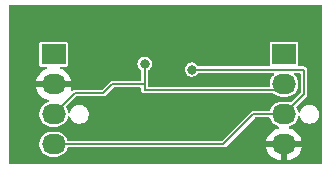
<source format=gbr>
%TF.GenerationSoftware,KiCad,Pcbnew,8.0.4-8.0.4-0~ubuntu20.04.1*%
%TF.CreationDate,2024-08-15T08:25:23-05:00*%
%TF.ProjectId,STImu,5354496d-752e-46b6-9963-61645f706362,rev?*%
%TF.SameCoordinates,Original*%
%TF.FileFunction,Copper,L2,Bot*%
%TF.FilePolarity,Positive*%
%FSLAX46Y46*%
G04 Gerber Fmt 4.6, Leading zero omitted, Abs format (unit mm)*
G04 Created by KiCad (PCBNEW 8.0.4-8.0.4-0~ubuntu20.04.1) date 2024-08-15 08:25:23*
%MOMM*%
%LPD*%
G01*
G04 APERTURE LIST*
%TA.AperFunction,ComponentPad*%
%ADD10R,2.030000X1.730000*%
%TD*%
%TA.AperFunction,ComponentPad*%
%ADD11O,2.030000X1.730000*%
%TD*%
%TA.AperFunction,ViaPad*%
%ADD12C,0.800000*%
%TD*%
%TA.AperFunction,Conductor*%
%ADD13C,0.127000*%
%TD*%
%TA.AperFunction,Conductor*%
%ADD14C,0.152400*%
%TD*%
G04 APERTURE END LIST*
D10*
%TO.P,J1,1,Pin_1*%
%TO.N,+3V3*%
X167800000Y-96700000D03*
D11*
%TO.P,J1,2,Pin_2*%
%TO.N,/SDA*%
X167800000Y-99240000D03*
%TO.P,J1,3,Pin_3*%
%TO.N,/SCL*%
X167800000Y-101780000D03*
%TO.P,J1,4,Pin_4*%
%TO.N,GND*%
X167800000Y-104320000D03*
%TD*%
D10*
%TO.P,J2,1,Pin_1*%
%TO.N,+3V3*%
X148300000Y-96700000D03*
D11*
%TO.P,J2,2,Pin_2*%
%TO.N,GND*%
X148300000Y-99240000D03*
%TO.P,J2,3,Pin_3*%
%TO.N,/SDA*%
X148300000Y-101780000D03*
%TO.P,J2,4,Pin_4*%
%TO.N,/SCL*%
X148300000Y-104320000D03*
%TD*%
D12*
%TO.N,GND*%
X156750000Y-98250000D03*
X152250000Y-98000000D03*
X164500000Y-101000000D03*
X165000000Y-104500000D03*
X170250000Y-96250000D03*
X148250000Y-94250000D03*
X161750000Y-99000000D03*
X159618784Y-102787638D03*
X162000000Y-96500000D03*
X152500000Y-103000000D03*
%TO.N,/SCL*%
X160000000Y-98000000D03*
%TO.N,/SDA*%
X156000000Y-97500000D03*
%TD*%
D13*
%TO.N,/SDA*%
X167290000Y-99750000D02*
X156000000Y-99750000D01*
X167800000Y-99240000D02*
X167290000Y-99750000D01*
X156000000Y-99750000D02*
X156000000Y-99240000D01*
D14*
%TO.N,/SCL*%
X160000000Y-98000000D02*
X169500000Y-98000000D01*
X162680000Y-104320000D02*
X165220000Y-101780000D01*
X169500000Y-100080000D02*
X167800000Y-101780000D01*
X148300000Y-104320000D02*
X162680000Y-104320000D01*
X165220000Y-101780000D02*
X167800000Y-101780000D01*
X169500000Y-98000000D02*
X169500000Y-100080000D01*
%TO.N,/SDA*%
X150080000Y-100000000D02*
X148300000Y-101780000D01*
X153260000Y-99240000D02*
X152500000Y-100000000D01*
X156000000Y-97500000D02*
X156000000Y-99240000D01*
X152500000Y-100000000D02*
X150080000Y-100000000D01*
X156000000Y-99240000D02*
X153260000Y-99240000D01*
%TD*%
%TA.AperFunction,Conductor*%
%TO.N,GND*%
G36*
X170958691Y-92519407D02*
G01*
X170994655Y-92568907D01*
X170999500Y-92599500D01*
X170999500Y-105900500D01*
X170980593Y-105958691D01*
X170931093Y-105994655D01*
X170900500Y-105999500D01*
X144599500Y-105999500D01*
X144541309Y-105980593D01*
X144505345Y-105931093D01*
X144500500Y-105900500D01*
X144500500Y-98989999D01*
X146807580Y-98989999D01*
X146807581Y-98990000D01*
X147855440Y-98990000D01*
X147824755Y-99043147D01*
X147790000Y-99172857D01*
X147790000Y-99307143D01*
X147824755Y-99436853D01*
X147855440Y-99490000D01*
X146807580Y-99490000D01*
X146818609Y-99559633D01*
X146885005Y-99763978D01*
X146982545Y-99955413D01*
X147108835Y-100129236D01*
X147260763Y-100281164D01*
X147434586Y-100407454D01*
X147626023Y-100504995D01*
X147829118Y-100570984D01*
X147878618Y-100606948D01*
X147897526Y-100665139D01*
X147878619Y-100723329D01*
X147836412Y-100756603D01*
X147645297Y-100835766D01*
X147470787Y-100952369D01*
X147322369Y-101100787D01*
X147205766Y-101275297D01*
X147125448Y-101469201D01*
X147125446Y-101469207D01*
X147084500Y-101675054D01*
X147084500Y-101884945D01*
X147125446Y-102090792D01*
X147125448Y-102090798D01*
X147205766Y-102284702D01*
X147322369Y-102459212D01*
X147322372Y-102459216D01*
X147470784Y-102607628D01*
X147645297Y-102724233D01*
X147839205Y-102804553D01*
X148045057Y-102845500D01*
X148045058Y-102845500D01*
X148554942Y-102845500D01*
X148554943Y-102845500D01*
X148760795Y-102804553D01*
X148954703Y-102724233D01*
X149129216Y-102607628D01*
X149277628Y-102459216D01*
X149394233Y-102284703D01*
X149474553Y-102090795D01*
X149492998Y-101998065D01*
X149522893Y-101944683D01*
X149578458Y-101919067D01*
X149638468Y-101931004D01*
X149680001Y-101975933D01*
X149687192Y-101998063D01*
X149690261Y-102013492D01*
X149690263Y-102013498D01*
X149750603Y-102159174D01*
X149750609Y-102159185D01*
X149803312Y-102238059D01*
X149838211Y-102290289D01*
X149949711Y-102401789D01*
X150027876Y-102454017D01*
X150080814Y-102489390D01*
X150080825Y-102489396D01*
X150134638Y-102511685D01*
X150226503Y-102549737D01*
X150381158Y-102580500D01*
X150381159Y-102580500D01*
X150538841Y-102580500D01*
X150538842Y-102580500D01*
X150693497Y-102549737D01*
X150839179Y-102489394D01*
X150970289Y-102401789D01*
X151081789Y-102290289D01*
X151169394Y-102159179D01*
X151229737Y-102013497D01*
X151260500Y-101858842D01*
X151260500Y-101701158D01*
X151229737Y-101546503D01*
X151169394Y-101400821D01*
X151169393Y-101400819D01*
X151169390Y-101400814D01*
X151134017Y-101347876D01*
X151081789Y-101269711D01*
X150970289Y-101158211D01*
X150894748Y-101107736D01*
X150839185Y-101070609D01*
X150839174Y-101070603D01*
X150693497Y-101010263D01*
X150538844Y-100979500D01*
X150538842Y-100979500D01*
X150381158Y-100979500D01*
X150381155Y-100979500D01*
X150226503Y-101010263D01*
X150226501Y-101010263D01*
X150080825Y-101070603D01*
X150080814Y-101070609D01*
X149949711Y-101158211D01*
X149949707Y-101158214D01*
X149838214Y-101269707D01*
X149838211Y-101269711D01*
X149750609Y-101400814D01*
X149750603Y-101400825D01*
X149690263Y-101546501D01*
X149690262Y-101546505D01*
X149687192Y-101561937D01*
X149657292Y-101615320D01*
X149601726Y-101640932D01*
X149541717Y-101628992D01*
X149500187Y-101584060D01*
X149492999Y-101561937D01*
X149474553Y-101469205D01*
X149394233Y-101275297D01*
X149359975Y-101224027D01*
X149343368Y-101165140D01*
X149364546Y-101107736D01*
X149372289Y-101099023D01*
X150165618Y-100305696D01*
X150220134Y-100277919D01*
X150235621Y-100276700D01*
X152536426Y-100276700D01*
X152536428Y-100276700D01*
X152606803Y-100257844D01*
X152669898Y-100221415D01*
X153345617Y-99545696D01*
X153400134Y-99517919D01*
X153415621Y-99516700D01*
X155637000Y-99516700D01*
X155695191Y-99535607D01*
X155731155Y-99585107D01*
X155736000Y-99615700D01*
X155736000Y-99802512D01*
X155776190Y-99899541D01*
X155776191Y-99899542D01*
X155776192Y-99899544D01*
X155850456Y-99973808D01*
X155947487Y-100014000D01*
X156052513Y-100014000D01*
X166876149Y-100014000D01*
X166934340Y-100032907D01*
X166946146Y-100042990D01*
X166970784Y-100067628D01*
X167145297Y-100184233D01*
X167339205Y-100264553D01*
X167545057Y-100305500D01*
X167545058Y-100305500D01*
X168054942Y-100305500D01*
X168054943Y-100305500D01*
X168260795Y-100264553D01*
X168454703Y-100184233D01*
X168629216Y-100067628D01*
X168777628Y-99919216D01*
X168894233Y-99744703D01*
X168974553Y-99550795D01*
X169015500Y-99344943D01*
X169015500Y-99135057D01*
X168974553Y-98929205D01*
X168894233Y-98735297D01*
X168777628Y-98560784D01*
X168662545Y-98445701D01*
X168634770Y-98391187D01*
X168644341Y-98330755D01*
X168687606Y-98287490D01*
X168732551Y-98276700D01*
X169124300Y-98276700D01*
X169182491Y-98295607D01*
X169218455Y-98345107D01*
X169223300Y-98375700D01*
X169223300Y-99924378D01*
X169204393Y-99982569D01*
X169194304Y-99994382D01*
X168429505Y-100759180D01*
X168374988Y-100786957D01*
X168321616Y-100780640D01*
X168287786Y-100766627D01*
X168260798Y-100755448D01*
X168260792Y-100755446D01*
X168054945Y-100714500D01*
X168054943Y-100714500D01*
X167545057Y-100714500D01*
X167545054Y-100714500D01*
X167339207Y-100755446D01*
X167339201Y-100755448D01*
X167145297Y-100835766D01*
X166970787Y-100952369D01*
X166822369Y-101100787D01*
X166705766Y-101275297D01*
X166636639Y-101442186D01*
X166596902Y-101488711D01*
X166545175Y-101503300D01*
X165183572Y-101503300D01*
X165121505Y-101519930D01*
X165113194Y-101522157D01*
X165050821Y-101558170D01*
X165050814Y-101558174D01*
X165050104Y-101558583D01*
X162594383Y-104014304D01*
X162539866Y-104042081D01*
X162524379Y-104043300D01*
X149554825Y-104043300D01*
X149496634Y-104024393D01*
X149463361Y-103982186D01*
X149394233Y-103815297D01*
X149277630Y-103640787D01*
X149277628Y-103640784D01*
X149129216Y-103492372D01*
X148954703Y-103375767D01*
X148954704Y-103375767D01*
X148954702Y-103375766D01*
X148760798Y-103295448D01*
X148760792Y-103295446D01*
X148554945Y-103254500D01*
X148554943Y-103254500D01*
X148045057Y-103254500D01*
X148045054Y-103254500D01*
X147839207Y-103295446D01*
X147839201Y-103295448D01*
X147645297Y-103375766D01*
X147470787Y-103492369D01*
X147322369Y-103640787D01*
X147205766Y-103815297D01*
X147125448Y-104009201D01*
X147125446Y-104009207D01*
X147084500Y-104215054D01*
X147084500Y-104424945D01*
X147125446Y-104630792D01*
X147125448Y-104630798D01*
X147205766Y-104824702D01*
X147205767Y-104824703D01*
X147322372Y-104999216D01*
X147470784Y-105147628D01*
X147645297Y-105264233D01*
X147839205Y-105344553D01*
X148045057Y-105385500D01*
X148045058Y-105385500D01*
X148554942Y-105385500D01*
X148554943Y-105385500D01*
X148760795Y-105344553D01*
X148954703Y-105264233D01*
X149129216Y-105147628D01*
X149277628Y-104999216D01*
X149394233Y-104824703D01*
X149463361Y-104657813D01*
X149503098Y-104611289D01*
X149554825Y-104596700D01*
X162716426Y-104596700D01*
X162716428Y-104596700D01*
X162786803Y-104577844D01*
X162849898Y-104541415D01*
X165305617Y-102085696D01*
X165360134Y-102057919D01*
X165375621Y-102056700D01*
X166545175Y-102056700D01*
X166603366Y-102075607D01*
X166636639Y-102117814D01*
X166705766Y-102284702D01*
X166822369Y-102459212D01*
X166822372Y-102459216D01*
X166970784Y-102607628D01*
X166970787Y-102607630D01*
X167145297Y-102724233D01*
X167336412Y-102803396D01*
X167382937Y-102843133D01*
X167397221Y-102902628D01*
X167373806Y-102959156D01*
X167329119Y-102989015D01*
X167126021Y-103055005D01*
X166934586Y-103152545D01*
X166760763Y-103278835D01*
X166608835Y-103430763D01*
X166482545Y-103604586D01*
X166385005Y-103796021D01*
X166318609Y-104000366D01*
X166307580Y-104069999D01*
X166307581Y-104070000D01*
X167355440Y-104070000D01*
X167324755Y-104123147D01*
X167290000Y-104252857D01*
X167290000Y-104387143D01*
X167324755Y-104516853D01*
X167355440Y-104570000D01*
X166307580Y-104570000D01*
X166318609Y-104639633D01*
X166385005Y-104843978D01*
X166482545Y-105035413D01*
X166608835Y-105209236D01*
X166760763Y-105361164D01*
X166934586Y-105487454D01*
X167126021Y-105584994D01*
X167330366Y-105651390D01*
X167542569Y-105685000D01*
X167549999Y-105685000D01*
X167550000Y-105684999D01*
X167550000Y-104764560D01*
X167603147Y-104795245D01*
X167732857Y-104830000D01*
X167867143Y-104830000D01*
X167996853Y-104795245D01*
X168050000Y-104764560D01*
X168050000Y-105684999D01*
X168050001Y-105685000D01*
X168057431Y-105685000D01*
X168269633Y-105651390D01*
X168473978Y-105584994D01*
X168665413Y-105487454D01*
X168839236Y-105361164D01*
X168991164Y-105209236D01*
X169117454Y-105035413D01*
X169214994Y-104843978D01*
X169281390Y-104639633D01*
X169292419Y-104570000D01*
X168244560Y-104570000D01*
X168275245Y-104516853D01*
X168310000Y-104387143D01*
X168310000Y-104252857D01*
X168275245Y-104123147D01*
X168244560Y-104070000D01*
X169292419Y-104070000D01*
X169292419Y-104069999D01*
X169281390Y-104000366D01*
X169214994Y-103796021D01*
X169117454Y-103604586D01*
X168991164Y-103430763D01*
X168839236Y-103278835D01*
X168665413Y-103152545D01*
X168473978Y-103055005D01*
X168270880Y-102989015D01*
X168221380Y-102953051D01*
X168202473Y-102894860D01*
X168221380Y-102836669D01*
X168263585Y-102803397D01*
X168454703Y-102724233D01*
X168629216Y-102607628D01*
X168777628Y-102459216D01*
X168894233Y-102284703D01*
X168974553Y-102090795D01*
X168992998Y-101998065D01*
X169022893Y-101944683D01*
X169078458Y-101919067D01*
X169138468Y-101931004D01*
X169180001Y-101975933D01*
X169187192Y-101998063D01*
X169190261Y-102013492D01*
X169190263Y-102013498D01*
X169250603Y-102159174D01*
X169250609Y-102159185D01*
X169303312Y-102238059D01*
X169338211Y-102290289D01*
X169449711Y-102401789D01*
X169527876Y-102454017D01*
X169580814Y-102489390D01*
X169580825Y-102489396D01*
X169634638Y-102511685D01*
X169726503Y-102549737D01*
X169881158Y-102580500D01*
X169881159Y-102580500D01*
X170038841Y-102580500D01*
X170038842Y-102580500D01*
X170193497Y-102549737D01*
X170339179Y-102489394D01*
X170470289Y-102401789D01*
X170581789Y-102290289D01*
X170669394Y-102159179D01*
X170729737Y-102013497D01*
X170760500Y-101858842D01*
X170760500Y-101701158D01*
X170729737Y-101546503D01*
X170669394Y-101400821D01*
X170669393Y-101400819D01*
X170669390Y-101400814D01*
X170634017Y-101347876D01*
X170581789Y-101269711D01*
X170470289Y-101158211D01*
X170394748Y-101107736D01*
X170339185Y-101070609D01*
X170339174Y-101070603D01*
X170193497Y-101010263D01*
X170038844Y-100979500D01*
X170038842Y-100979500D01*
X169881158Y-100979500D01*
X169881155Y-100979500D01*
X169726503Y-101010263D01*
X169726501Y-101010263D01*
X169580825Y-101070603D01*
X169580814Y-101070609D01*
X169449711Y-101158211D01*
X169449707Y-101158214D01*
X169338214Y-101269707D01*
X169338211Y-101269711D01*
X169250609Y-101400814D01*
X169250603Y-101400825D01*
X169190263Y-101546501D01*
X169190262Y-101546505D01*
X169187192Y-101561937D01*
X169157292Y-101615320D01*
X169101726Y-101640932D01*
X169041717Y-101628992D01*
X169000187Y-101584060D01*
X168992999Y-101561937D01*
X168974553Y-101469205D01*
X168894233Y-101275297D01*
X168859975Y-101224027D01*
X168843368Y-101165140D01*
X168864546Y-101107736D01*
X168872289Y-101099023D01*
X169721414Y-100249899D01*
X169737860Y-100221415D01*
X169757844Y-100186803D01*
X169776700Y-100116428D01*
X169776700Y-100043572D01*
X169776700Y-97963572D01*
X169757844Y-97893198D01*
X169721415Y-97830102D01*
X169669898Y-97778585D01*
X169669895Y-97778583D01*
X169606805Y-97742157D01*
X169606802Y-97742156D01*
X169536428Y-97723300D01*
X169536426Y-97723300D01*
X169108572Y-97723300D01*
X169050381Y-97704393D01*
X169014417Y-97654893D01*
X169011475Y-97604984D01*
X169015499Y-97584755D01*
X169015500Y-97584746D01*
X169015500Y-95815253D01*
X169015498Y-95815241D01*
X169012711Y-95801231D01*
X169003867Y-95756769D01*
X168959552Y-95690448D01*
X168959548Y-95690445D01*
X168893233Y-95646134D01*
X168893231Y-95646133D01*
X168893228Y-95646132D01*
X168893227Y-95646132D01*
X168834758Y-95634501D01*
X168834748Y-95634500D01*
X166765252Y-95634500D01*
X166765251Y-95634500D01*
X166765241Y-95634501D01*
X166706772Y-95646132D01*
X166706766Y-95646134D01*
X166640451Y-95690445D01*
X166640445Y-95690451D01*
X166596134Y-95756766D01*
X166596132Y-95756772D01*
X166584501Y-95815241D01*
X166584500Y-95815253D01*
X166584500Y-97584755D01*
X166588525Y-97604984D01*
X166581335Y-97665745D01*
X166539803Y-97710676D01*
X166491428Y-97723300D01*
X160593416Y-97723300D01*
X160535225Y-97704393D01*
X160514874Y-97684567D01*
X160428286Y-97571723D01*
X160428285Y-97571722D01*
X160428282Y-97571718D01*
X160428277Y-97571714D01*
X160428276Y-97571713D01*
X160302838Y-97475462D01*
X160156766Y-97414957D01*
X160156758Y-97414955D01*
X160000001Y-97394318D01*
X159999999Y-97394318D01*
X159843241Y-97414955D01*
X159843233Y-97414957D01*
X159697161Y-97475462D01*
X159697160Y-97475462D01*
X159571723Y-97571713D01*
X159571713Y-97571723D01*
X159475462Y-97697160D01*
X159475462Y-97697161D01*
X159414957Y-97843233D01*
X159414955Y-97843241D01*
X159394318Y-97999999D01*
X159394318Y-98000000D01*
X159414955Y-98156758D01*
X159414957Y-98156766D01*
X159475462Y-98302838D01*
X159475462Y-98302839D01*
X159571713Y-98428276D01*
X159571718Y-98428282D01*
X159697159Y-98524536D01*
X159697160Y-98524536D01*
X159697161Y-98524537D01*
X159843233Y-98585042D01*
X159843238Y-98585044D01*
X159960809Y-98600522D01*
X159999999Y-98605682D01*
X160000000Y-98605682D01*
X160000001Y-98605682D01*
X160031352Y-98601554D01*
X160156762Y-98585044D01*
X160302841Y-98524536D01*
X160428282Y-98428282D01*
X160514874Y-98315433D01*
X160565298Y-98280777D01*
X160593416Y-98276700D01*
X166867449Y-98276700D01*
X166925640Y-98295607D01*
X166961604Y-98345107D01*
X166961604Y-98406293D01*
X166937454Y-98445701D01*
X166858620Y-98524536D01*
X166822369Y-98560787D01*
X166705766Y-98735297D01*
X166625448Y-98929201D01*
X166625446Y-98929207D01*
X166584500Y-99135054D01*
X166584500Y-99344943D01*
X166589024Y-99367685D01*
X166581833Y-99428446D01*
X166540300Y-99473377D01*
X166491926Y-99486000D01*
X156363000Y-99486000D01*
X156304809Y-99467093D01*
X156268845Y-99417593D01*
X156264000Y-99387000D01*
X156264000Y-99336860D01*
X156267373Y-99311238D01*
X156268470Y-99307143D01*
X156276700Y-99276428D01*
X156276700Y-98093416D01*
X156295607Y-98035225D01*
X156315433Y-98014874D01*
X156338462Y-97997202D01*
X156428282Y-97928282D01*
X156524536Y-97802841D01*
X156585044Y-97656762D01*
X156605682Y-97500000D01*
X156585044Y-97343238D01*
X156524537Y-97197161D01*
X156524537Y-97197160D01*
X156428286Y-97071723D01*
X156428285Y-97071722D01*
X156428282Y-97071718D01*
X156428277Y-97071714D01*
X156428276Y-97071713D01*
X156302838Y-96975462D01*
X156156766Y-96914957D01*
X156156758Y-96914955D01*
X156000001Y-96894318D01*
X155999999Y-96894318D01*
X155843241Y-96914955D01*
X155843233Y-96914957D01*
X155697161Y-96975462D01*
X155697160Y-96975462D01*
X155571723Y-97071713D01*
X155571713Y-97071723D01*
X155475462Y-97197160D01*
X155475462Y-97197161D01*
X155414957Y-97343233D01*
X155414955Y-97343241D01*
X155394318Y-97499999D01*
X155394318Y-97500000D01*
X155414955Y-97656758D01*
X155414957Y-97656766D01*
X155475462Y-97802838D01*
X155475462Y-97802839D01*
X155571713Y-97928276D01*
X155571718Y-97928282D01*
X155571722Y-97928285D01*
X155571723Y-97928286D01*
X155684567Y-98014874D01*
X155719223Y-98065298D01*
X155723300Y-98093416D01*
X155723300Y-98864300D01*
X155704393Y-98922491D01*
X155654893Y-98958455D01*
X155624300Y-98963300D01*
X153223572Y-98963300D01*
X153161505Y-98979930D01*
X153153194Y-98982157D01*
X153094250Y-99016190D01*
X153090107Y-99018582D01*
X153090102Y-99018585D01*
X152414383Y-99694304D01*
X152359866Y-99722081D01*
X152344379Y-99723300D01*
X150116428Y-99723300D01*
X150043572Y-99723300D01*
X149973197Y-99742156D01*
X149973196Y-99742156D01*
X149973194Y-99742157D01*
X149910103Y-99778583D01*
X149905641Y-99783045D01*
X149851123Y-99810820D01*
X149790691Y-99801245D01*
X149747429Y-99757978D01*
X149737861Y-99697546D01*
X149741486Y-99682445D01*
X149781390Y-99559633D01*
X149792419Y-99490000D01*
X148744560Y-99490000D01*
X148775245Y-99436853D01*
X148810000Y-99307143D01*
X148810000Y-99172857D01*
X148775245Y-99043147D01*
X148744560Y-98990000D01*
X149792419Y-98990000D01*
X149792419Y-98989999D01*
X149781390Y-98920366D01*
X149714994Y-98716021D01*
X149617454Y-98524586D01*
X149491164Y-98350763D01*
X149339236Y-98198835D01*
X149165413Y-98072545D01*
X148973976Y-97975004D01*
X148923658Y-97958655D01*
X148874157Y-97922691D01*
X148855250Y-97864500D01*
X148874157Y-97806309D01*
X148923657Y-97770345D01*
X148954250Y-97765500D01*
X149334747Y-97765500D01*
X149334748Y-97765500D01*
X149393231Y-97753867D01*
X149459552Y-97709552D01*
X149503867Y-97643231D01*
X149515500Y-97584748D01*
X149515500Y-95815252D01*
X149503867Y-95756769D01*
X149459552Y-95690448D01*
X149459548Y-95690445D01*
X149393233Y-95646134D01*
X149393231Y-95646133D01*
X149393228Y-95646132D01*
X149393227Y-95646132D01*
X149334758Y-95634501D01*
X149334748Y-95634500D01*
X147265252Y-95634500D01*
X147265251Y-95634500D01*
X147265241Y-95634501D01*
X147206772Y-95646132D01*
X147206766Y-95646134D01*
X147140451Y-95690445D01*
X147140445Y-95690451D01*
X147096134Y-95756766D01*
X147096132Y-95756772D01*
X147084501Y-95815241D01*
X147084500Y-95815253D01*
X147084500Y-97584746D01*
X147084501Y-97584758D01*
X147096132Y-97643227D01*
X147096134Y-97643233D01*
X147140445Y-97709548D01*
X147140448Y-97709552D01*
X147206769Y-97753867D01*
X147251231Y-97762711D01*
X147265241Y-97765498D01*
X147265246Y-97765498D01*
X147265252Y-97765500D01*
X147265253Y-97765500D01*
X147645750Y-97765500D01*
X147703941Y-97784407D01*
X147739905Y-97833907D01*
X147739905Y-97895093D01*
X147703941Y-97944593D01*
X147676342Y-97958655D01*
X147626023Y-97975004D01*
X147434586Y-98072545D01*
X147260763Y-98198835D01*
X147108835Y-98350763D01*
X146982545Y-98524586D01*
X146885005Y-98716021D01*
X146818609Y-98920366D01*
X146807580Y-98989999D01*
X144500500Y-98989999D01*
X144500500Y-92599500D01*
X144519407Y-92541309D01*
X144568907Y-92505345D01*
X144599500Y-92500500D01*
X170900500Y-92500500D01*
X170958691Y-92519407D01*
G37*
%TD.AperFunction*%
%TD*%
M02*

</source>
